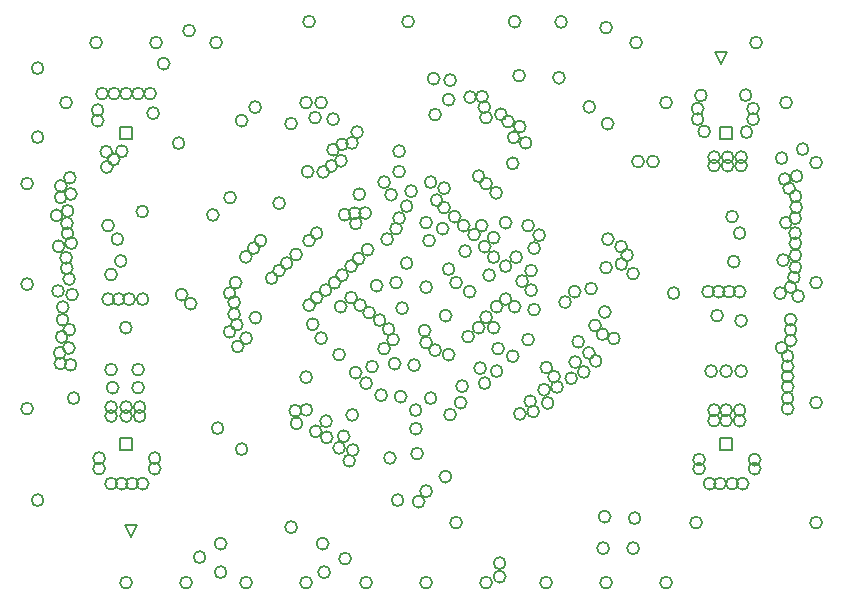
<source format=gbr>
%TF.GenerationSoftware,Altium Limited,Altium Designer,23.0.1 (38)*%
G04 Layer_Color=2752767*
%FSLAX45Y45*%
%MOMM*%
%TF.SameCoordinates,98E3409A-FA71-4B7D-AABF-4CEB4AF68500*%
%TF.FilePolarity,Positive*%
%TF.FileFunction,Drawing*%
%TF.Part,Single*%
G01*
G75*
%TA.AperFunction,NonConductor*%
%ADD60C,0.12700*%
%ADD61C,0.16933*%
D60*
X2500000Y1849200D02*
X2449200Y1950800D01*
X2550800D01*
X2500000Y1849200D01*
X-2500000Y-2150800D02*
X-2550800Y-2049200D01*
X-2449200D01*
X-2500000Y-2150800D01*
X-2590800Y1219200D02*
Y1320800D01*
X-2489200D01*
Y1219200D01*
X-2590800D01*
Y-1420800D02*
Y-1319200D01*
X-2489200D01*
Y-1420800D01*
X-2590800D01*
X2489200Y1219200D02*
Y1320800D01*
X2590800D01*
Y1219200D01*
X2489200D01*
Y-1420800D02*
Y-1319200D01*
X2590800D01*
Y-1420800D01*
X2489200D01*
D61*
X-35560Y-1236980D02*
G03*
X-35560Y-1236980I-50800J0D01*
G01*
X-3045947Y-684804D02*
G03*
X-3045947Y-684804I-50800J0D01*
G01*
X-3065780Y-71120D02*
G03*
X-3065780Y-71120I-50800J0D01*
G01*
X-3078480Y568960D02*
G03*
X-3078480Y568960I-50800J0D01*
G01*
X-3060700Y307340D02*
G03*
X-3060700Y307340I-50800J0D01*
G01*
X-2953656Y334970D02*
G03*
X-2953656Y334970I-50800J0D01*
G01*
X-2985249Y416305D02*
G03*
X-2985249Y416305I-50800J0D01*
G01*
X-2990279Y502518D02*
G03*
X-2990279Y502518I-50800J0D01*
G01*
X-2984500Y607060D02*
G03*
X-2984500Y607060I-50800J0D01*
G01*
X3060219Y-551701D02*
G03*
X3060219Y-551701I-50800J0D01*
G01*
X1563326Y-248940D02*
G03*
X1563326Y-248940I-50800J0D01*
G01*
X3177540Y231140D02*
G03*
X3177540Y231140I-50800J0D01*
G01*
X1193800Y2207260D02*
G03*
X1193800Y2207260I-50800J0D01*
G01*
X1176020Y1734820D02*
G03*
X1176020Y1734820I-50800J0D01*
G01*
X1432560Y1488440D02*
G03*
X1432560Y1488440I-50800J0D01*
G01*
X3136900Y-399141D02*
G03*
X3136900Y-399141I-50800J0D01*
G01*
X3136564Y-490629D02*
G03*
X3136564Y-490629I-50800J0D01*
G01*
X3136900Y-312781D02*
G03*
X3136900Y-312781I-50800J0D01*
G01*
X2717800Y-322580D02*
G03*
X2717800Y-322580I-50800J0D01*
G01*
X3111500Y-622300D02*
G03*
X3111500Y-622300I-50800J0D01*
G01*
X3111965Y-881380D02*
G03*
X3111965Y-881380I-50800J0D01*
G01*
X-574418Y-1120117D02*
G03*
X-574418Y-1120117I-50800J0D01*
G01*
X-570336Y-1417621D02*
G03*
X-570336Y-1417621I-50800J0D01*
G01*
X214820Y-1642300D02*
G03*
X214820Y-1642300I-50800J0D01*
G01*
X932683Y-1004943D02*
G03*
X932683Y-1004943I-50800J0D01*
G01*
X2641600Y558800D02*
G03*
X2641600Y558800I-50800J0D01*
G01*
X2377440Y1584960D02*
G03*
X2377440Y1584960I-50800J0D01*
G01*
X2755900Y1587500D02*
G03*
X2755900Y1587500I-50800J0D01*
G01*
X2763520Y1275080D02*
G03*
X2763520Y1275080I-50800J0D01*
G01*
X2405380Y1280160D02*
G03*
X2405380Y1280160I-50800J0D01*
G01*
X-909320Y-353060D02*
G03*
X-909320Y-353060I-50800J0D01*
G01*
X1845398Y1026207D02*
G03*
X1845398Y1026207I-50800J0D01*
G01*
X792448Y1229609D02*
G03*
X792448Y1229609I-50800J0D01*
G01*
X893561Y1183640D02*
G03*
X893561Y1183640I-50800J0D01*
G01*
X1971833Y1024831D02*
G03*
X1971833Y1024831I-50800J0D01*
G01*
X1159493Y-883660D02*
G03*
X1159493Y-883660I-50800J0D01*
G01*
X1079476Y-1018627D02*
G03*
X1079476Y-1018627I-50800J0D01*
G01*
X-1754365Y572765D02*
G03*
X-1754365Y572765I-50800J0D01*
G01*
X3060700Y1054100D02*
G03*
X3060700Y1054100I-50800J0D01*
G01*
X3187700Y901700D02*
G03*
X3187700Y901700I-50800J0D01*
G01*
X-1511300Y1371600D02*
G03*
X-1511300Y1371600I-50800J0D01*
G01*
X-1397000Y1485900D02*
G03*
X-1397000Y1485900I-50800J0D01*
G01*
X-736600Y1384300D02*
G03*
X-736600Y1384300I-50800J0D01*
G01*
X-889000Y1397000D02*
G03*
X-889000Y1397000I-50800J0D01*
G01*
X-838200Y1524000D02*
G03*
X-838200Y1524000I-50800J0D01*
G01*
X-2489200Y-1129600D02*
G03*
X-2489200Y-1129600I-50800J0D01*
G01*
Y-1054100D02*
G03*
X-2489200Y-1054100I-50800J0D01*
G01*
X2603500Y990600D02*
G03*
X2603500Y990600I-50800J0D01*
G01*
Y1061720D02*
G03*
X2603500Y1061720I-50800J0D01*
G01*
X2590800Y-1168400D02*
G03*
X2590800Y-1168400I-50800J0D01*
G01*
Y-1079500D02*
G03*
X2590800Y-1079500I-50800J0D01*
G01*
X-2653095Y979107D02*
G03*
X-2653095Y979107I-50800J0D01*
G01*
X-2657297Y1107984D02*
G03*
X-2657297Y1107984I-50800J0D01*
G01*
X-2594060Y1043687D02*
G03*
X-2594060Y1043687I-50800J0D01*
G01*
X-2525661Y1112085D02*
G03*
X-2525661Y1112085I-50800J0D01*
G01*
X1227366Y-164635D02*
G03*
X1227366Y-164635I-50800J0D01*
G01*
X2463800Y-749300D02*
G03*
X2463800Y-749300I-50800J0D01*
G01*
X2717800D02*
G03*
X2717800Y-749300I-50800J0D01*
G01*
X2590800D02*
G03*
X2590800Y-749300I-50800J0D01*
G01*
X-2171700Y1854200D02*
G03*
X-2171700Y1854200I-50800J0D01*
G01*
X-1955800Y2133600D02*
G03*
X-1955800Y2133600I-50800J0D01*
G01*
X-939800Y2209800D02*
G03*
X-939800Y2209800I-50800J0D01*
G01*
X-101600D02*
G03*
X-101600Y2209800I-50800J0D01*
G01*
X800100D02*
G03*
X800100Y2209800I-50800J0D01*
G01*
X1574800Y2159000D02*
G03*
X1574800Y2159000I-50800J0D01*
G01*
X1587500Y1346200D02*
G03*
X1587500Y1346200I-50800J0D01*
G01*
X838200Y1752600D02*
G03*
X838200Y1752600I-50800J0D01*
G01*
X-3238500Y1231900D02*
G03*
X-3238500Y1231900I-50800J0D01*
G01*
Y1816100D02*
G03*
X-3238500Y1816100I-50800J0D01*
G01*
X-3327400Y838200D02*
G03*
X-3327400Y838200I-50800J0D01*
G01*
Y-12700D02*
G03*
X-3327400Y-12700I-50800J0D01*
G01*
Y-1066800D02*
G03*
X-3327400Y-1066800I-50800J0D01*
G01*
X-3238500Y-1841500D02*
G03*
X-3238500Y-1841500I-50800J0D01*
G01*
X3098800Y1524000D02*
G03*
X3098800Y1524000I-50800J0D01*
G01*
X3352800Y1016000D02*
G03*
X3352800Y1016000I-50800J0D01*
G01*
Y0D02*
G03*
X3352800Y0I-50800J0D01*
G01*
Y-1016000D02*
G03*
X3352800Y-1016000I-50800J0D01*
G01*
Y-2032000D02*
G03*
X3352800Y-2032000I-50800J0D01*
G01*
X2844800Y2032000D02*
G03*
X2844800Y2032000I-50800J0D01*
G01*
X2082800Y1524000D02*
G03*
X2082800Y1524000I-50800J0D01*
G01*
X2336800Y-2032000D02*
G03*
X2336800Y-2032000I-50800J0D01*
G01*
X2082800Y-2540000D02*
G03*
X2082800Y-2540000I-50800J0D01*
G01*
X1828800Y2032000D02*
G03*
X1828800Y2032000I-50800J0D01*
G01*
X1574800Y-2540000D02*
G03*
X1574800Y-2540000I-50800J0D01*
G01*
X1066800D02*
G03*
X1066800Y-2540000I-50800J0D01*
G01*
X558800D02*
G03*
X558800Y-2540000I-50800J0D01*
G01*
X50800Y508000D02*
G03*
X50800Y508000I-50800J0D01*
G01*
X304800Y0D02*
G03*
X304800Y0I-50800J0D01*
G01*
X50800Y-508000D02*
G03*
X50800Y-508000I-50800J0D01*
G01*
X304800Y-2032000D02*
G03*
X304800Y-2032000I-50800J0D01*
G01*
X50800Y-2540000D02*
G03*
X50800Y-2540000I-50800J0D01*
G01*
X-203200Y0D02*
G03*
X-203200Y0I-50800J0D01*
G01*
X-457200Y-2540000D02*
G03*
X-457200Y-2540000I-50800J0D01*
G01*
X-965200Y1524000D02*
G03*
X-965200Y1524000I-50800J0D01*
G01*
Y-2540000D02*
G03*
X-965200Y-2540000I-50800J0D01*
G01*
X-1473200D02*
G03*
X-1473200Y-2540000I-50800J0D01*
G01*
X-1727200Y2032000D02*
G03*
X-1727200Y2032000I-50800J0D01*
G01*
X-1981200Y-2540000D02*
G03*
X-1981200Y-2540000I-50800J0D01*
G01*
X-2235200Y2032000D02*
G03*
X-2235200Y2032000I-50800J0D01*
G01*
X-2489200Y-2540000D02*
G03*
X-2489200Y-2540000I-50800J0D01*
G01*
X-2743200Y2032000D02*
G03*
X-2743200Y2032000I-50800J0D01*
G01*
X-2997200Y1524000D02*
G03*
X-2997200Y1524000I-50800J0D01*
G01*
X-2286000Y1600200D02*
G03*
X-2286000Y1600200I-50800J0D01*
G01*
X-2387600D02*
G03*
X-2387600Y1600200I-50800J0D01*
G01*
X-2489200D02*
G03*
X-2489200Y1600200I-50800J0D01*
G01*
X-2590800D02*
G03*
X-2590800Y1600200I-50800J0D01*
G01*
X-2692400D02*
G03*
X-2692400Y1600200I-50800J0D01*
G01*
X-2260600Y1435100D02*
G03*
X-2260600Y1435100I-50800J0D01*
G01*
X-2730500Y1371600D02*
G03*
X-2730500Y1371600I-50800J0D01*
G01*
Y1460500D02*
G03*
X-2730500Y1460500I-50800J0D01*
G01*
X-1511300Y-1409700D02*
G03*
X-1511300Y-1409700I-50800J0D01*
G01*
X-1714500Y-1231900D02*
G03*
X-1714500Y-1231900I-50800J0D01*
G01*
X1816100Y-1993900D02*
G03*
X1816100Y-1993900I-50800J0D01*
G01*
X1562100Y-1981200D02*
G03*
X1562100Y-1981200I-50800J0D01*
G01*
X1803400Y-2247900D02*
G03*
X1803400Y-2247900I-50800J0D01*
G01*
X1549400D02*
G03*
X1549400Y-2247900I-50800J0D01*
G01*
X673100Y-2374900D02*
G03*
X673100Y-2374900I-50800J0D01*
G01*
Y-2489200D02*
G03*
X673100Y-2489200I-50800J0D01*
G01*
X-635000Y-2336800D02*
G03*
X-635000Y-2336800I-50800J0D01*
G01*
X-812800Y-2451100D02*
G03*
X-812800Y-2451100I-50800J0D01*
G01*
X-825500Y-2209800D02*
G03*
X-825500Y-2209800I-50800J0D01*
G01*
X-1866900Y-2324100D02*
G03*
X-1866900Y-2324100I-50800J0D01*
G01*
X-1689100Y-2451100D02*
G03*
X-1689100Y-2451100I-50800J0D01*
G01*
Y-2209800D02*
G03*
X-1689100Y-2209800I-50800J0D01*
G01*
X-2717800Y-1485900D02*
G03*
X-2717800Y-1485900I-50800J0D01*
G01*
Y-1574800D02*
G03*
X-2717800Y-1574800I-50800J0D01*
G01*
X-2247900Y-1485900D02*
G03*
X-2247900Y-1485900I-50800J0D01*
G01*
Y-1574800D02*
G03*
X-2247900Y-1574800I-50800J0D01*
G01*
X-2349500Y-1701800D02*
G03*
X-2349500Y-1701800I-50800J0D01*
G01*
X-2438400D02*
G03*
X-2438400Y-1701800I-50800J0D01*
G01*
X-2527300D02*
G03*
X-2527300Y-1701800I-50800J0D01*
G01*
X-2616200D02*
G03*
X-2616200Y-1701800I-50800J0D01*
G01*
X-2603500Y-889000D02*
G03*
X-2603500Y-889000I-50800J0D01*
G01*
X-2387600D02*
G03*
X-2387600Y-889000I-50800J0D01*
G01*
Y-736600D02*
G03*
X-2387600Y-736600I-50800J0D01*
G01*
X-2616200D02*
G03*
X-2616200Y-736600I-50800J0D01*
G01*
X-2946400Y-101600D02*
G03*
X-2946400Y-101600I-50800J0D01*
G01*
X-1943100Y-177800D02*
G03*
X-1943100Y-177800I-50800J0D01*
G01*
X-2019300Y-101600D02*
G03*
X-2019300Y-101600I-50800J0D01*
G01*
X-2349500Y-139700D02*
G03*
X-2349500Y-139700I-50800J0D01*
G01*
X-2463800D02*
G03*
X-2463800Y-139700I-50800J0D01*
G01*
X-2552700D02*
G03*
X-2552700Y-139700I-50800J0D01*
G01*
X-2641600D02*
G03*
X-2641600Y-139700I-50800J0D01*
G01*
X2349500Y1384300D02*
G03*
X2349500Y1384300I-50800J0D01*
G01*
Y1473200D02*
G03*
X2349500Y1473200I-50800J0D01*
G01*
X2819400Y1384300D02*
G03*
X2819400Y1384300I-50800J0D01*
G01*
Y1473200D02*
G03*
X2819400Y1473200I-50800J0D01*
G01*
X114300Y1727200D02*
G03*
X114300Y1727200I-50800J0D01*
G01*
X254000Y1714500D02*
G03*
X254000Y1714500I-50800J0D01*
G01*
X241300Y1549400D02*
G03*
X241300Y1549400I-50800J0D01*
G01*
X2362200Y-1498600D02*
G03*
X2362200Y-1498600I-50800J0D01*
G01*
Y-1574800D02*
G03*
X2362200Y-1574800I-50800J0D01*
G01*
X2832100Y-1498600D02*
G03*
X2832100Y-1498600I-50800J0D01*
G01*
Y-1574800D02*
G03*
X2832100Y-1574800I-50800J0D01*
G01*
X2730500Y-1701800D02*
G03*
X2730500Y-1701800I-50800J0D01*
G01*
X2641600D02*
G03*
X2641600Y-1701800I-50800J0D01*
G01*
X2540000D02*
G03*
X2540000Y-1701800I-50800J0D01*
G01*
X2451100D02*
G03*
X2451100Y-1701800I-50800J0D01*
G01*
X3200400Y-114300D02*
G03*
X3200400Y-114300I-50800J0D01*
G01*
X3048000Y-88900D02*
G03*
X3048000Y-88900I-50800J0D01*
G01*
X2705100Y-76200D02*
G03*
X2705100Y-76200I-50800J0D01*
G01*
X2616200D02*
G03*
X2616200Y-76200I-50800J0D01*
G01*
X2527300D02*
G03*
X2527300Y-76200I-50800J0D01*
G01*
X2438400D02*
G03*
X2438400Y-76200I-50800J0D01*
G01*
X2146300Y-88900D02*
G03*
X2146300Y-88900I-50800J0D01*
G01*
X1574800Y127000D02*
G03*
X1574800Y127000I-50800J0D01*
G01*
X1803400Y76200D02*
G03*
X1803400Y76200I-50800J0D01*
G01*
X50800Y-1765300D02*
G03*
X50800Y-1765300I-50800J0D01*
G01*
X-12700Y-1854200D02*
G03*
X-12700Y-1854200I-50800J0D01*
G01*
X-190500Y-1841500D02*
G03*
X-190500Y-1841500I-50800J0D01*
G01*
X190500Y457200D02*
G03*
X190500Y457200I-50800J0D01*
G01*
X76200Y355600D02*
G03*
X76200Y355600I-50800J0D01*
G01*
X-114300Y165100D02*
G03*
X-114300Y165100I-50800J0D01*
G01*
X-368300Y-25400D02*
G03*
X-368300Y-25400I-50800J0D01*
G01*
X-152400Y-215900D02*
G03*
X-152400Y-215900I-50800J0D01*
G01*
X50800Y-38100D02*
G03*
X50800Y-38100I-50800J0D01*
G01*
X241300Y114300D02*
G03*
X241300Y114300I-50800J0D01*
G01*
X381000Y266700D02*
G03*
X381000Y266700I-50800J0D01*
G01*
X584200Y63500D02*
G03*
X584200Y63500I-50800J0D01*
G01*
X419100Y-76200D02*
G03*
X419100Y-76200I-50800J0D01*
G01*
X215900Y-279400D02*
G03*
X215900Y-279400I-50800J0D01*
G01*
X38100Y-406400D02*
G03*
X38100Y-406400I-50800J0D01*
G01*
X127000Y-571500D02*
G03*
X127000Y-571500I-50800J0D01*
G01*
X495300Y-381000D02*
G03*
X495300Y-381000I-50800J0D01*
G01*
X406400Y-457200D02*
G03*
X406400Y-457200I-50800J0D01*
G01*
X622300Y-381000D02*
G03*
X622300Y-381000I-50800J0D01*
G01*
X558800Y-292100D02*
G03*
X558800Y-292100I-50800J0D01*
G01*
X647700Y-203200D02*
G03*
X647700Y-203200I-50800J0D01*
G01*
X723900Y-139700D02*
G03*
X723900Y-139700I-50800J0D01*
G01*
X800100Y-203200D02*
G03*
X800100Y-203200I-50800J0D01*
G01*
X939800Y-63500D02*
G03*
X939800Y-63500I-50800J0D01*
G01*
X863600Y12700D02*
G03*
X863600Y12700I-50800J0D01*
G01*
X939800Y101600D02*
G03*
X939800Y101600I-50800J0D01*
G01*
X812800Y215900D02*
G03*
X812800Y215900I-50800J0D01*
G01*
X723900Y139700D02*
G03*
X723900Y139700I-50800J0D01*
G01*
X622300Y215900D02*
G03*
X622300Y215900I-50800J0D01*
G01*
X546100Y304800D02*
G03*
X546100Y304800I-50800J0D01*
G01*
X622300Y381000D02*
G03*
X622300Y381000I-50800J0D01*
G01*
X520700Y482600D02*
G03*
X520700Y482600I-50800J0D01*
G01*
X457200Y406400D02*
G03*
X457200Y406400I-50800J0D01*
G01*
X368300Y482600D02*
G03*
X368300Y482600I-50800J0D01*
G01*
X292100Y558800D02*
G03*
X292100Y558800I-50800J0D01*
G01*
X203200Y635000D02*
G03*
X203200Y635000I-50800J0D01*
G01*
X139700Y698500D02*
G03*
X139700Y698500I-50800J0D01*
G01*
X203200Y800100D02*
G03*
X203200Y800100I-50800J0D01*
G01*
X88900Y850900D02*
G03*
X88900Y850900I-50800J0D01*
G01*
X-76200Y774700D02*
G03*
X-76200Y774700I-50800J0D01*
G01*
X-114300Y647700D02*
G03*
X-114300Y647700I-50800J0D01*
G01*
X-177800Y546100D02*
G03*
X-177800Y546100I-50800J0D01*
G01*
X-203200Y457200D02*
G03*
X-203200Y457200I-50800J0D01*
G01*
X-279400Y368300D02*
G03*
X-279400Y368300I-50800J0D01*
G01*
X-444500Y279400D02*
G03*
X-444500Y279400I-50800J0D01*
G01*
X-520700Y203200D02*
G03*
X-520700Y203200I-50800J0D01*
G01*
X-584200Y139700D02*
G03*
X-584200Y139700I-50800J0D01*
G01*
X-660400Y63500D02*
G03*
X-660400Y63500I-50800J0D01*
G01*
X-723900Y0D02*
G03*
X-723900Y0I-50800J0D01*
G01*
X-800100Y-63500D02*
G03*
X-800100Y-63500I-50800J0D01*
G01*
X-876300Y-127000D02*
G03*
X-876300Y-127000I-50800J0D01*
G01*
X-1562100Y0D02*
G03*
X-1562100Y0I-50800J0D01*
G01*
X-1612900Y-88900D02*
G03*
X-1612900Y-88900I-50800J0D01*
G01*
X-1574800Y-165100D02*
G03*
X-1574800Y-165100I-50800J0D01*
G01*
X-1394208Y-296651D02*
G03*
X-1394208Y-296651I-50800J0D01*
G01*
X-939800Y-190500D02*
G03*
X-939800Y-190500I-50800J0D01*
G01*
X-673100Y-203200D02*
G03*
X-673100Y-203200I-50800J0D01*
G01*
X-584200Y-127000D02*
G03*
X-584200Y-127000I-50800J0D01*
G01*
X-508000Y-190500D02*
G03*
X-508000Y-190500I-50800J0D01*
G01*
X-431800Y-254000D02*
G03*
X-431800Y-254000I-50800J0D01*
G01*
X-342900Y-317500D02*
G03*
X-342900Y-317500I-50800J0D01*
G01*
X-266700Y-393700D02*
G03*
X-266700Y-393700I-50800J0D01*
G01*
X-228600Y-482600D02*
G03*
X-228600Y-482600I-50800J0D01*
G01*
X-304800Y-558800D02*
G03*
X-304800Y-558800I-50800J0D01*
G01*
X-215900Y-685800D02*
G03*
X-215900Y-685800I-50800J0D01*
G01*
X-50800Y-698500D02*
G03*
X-50800Y-698500I-50800J0D01*
G01*
X-838200Y-469900D02*
G03*
X-838200Y-469900I-50800J0D01*
G01*
X-546100Y-762000D02*
G03*
X-546100Y-762000I-50800J0D01*
G01*
X-457200Y-850900D02*
G03*
X-457200Y-850900I-50800J0D01*
G01*
X241300Y-609600D02*
G03*
X241300Y-609600I-50800J0D01*
G01*
X88900Y-977900D02*
G03*
X88900Y-977900I-50800J0D01*
G01*
X254000Y-1117600D02*
G03*
X254000Y-1117600I-50800J0D01*
G01*
X342900Y-1016000D02*
G03*
X342900Y-1016000I-50800J0D01*
G01*
X783911Y-623271D02*
G03*
X783911Y-623271I-50800J0D01*
G01*
X1308100Y-76200D02*
G03*
X1308100Y-76200I-50800J0D01*
G01*
X1008397Y401307D02*
G03*
X1008397Y401307I-50800J0D01*
G01*
X643863Y760617D02*
G03*
X643863Y760617I-50800J0D01*
G01*
X-245064Y744220D02*
G03*
X-245064Y744220I-50800J0D01*
G01*
X-304800Y850900D02*
G03*
X-304800Y850900I-50800J0D01*
G01*
X-515080Y747984D02*
G03*
X-515080Y747984I-50800J0D01*
G01*
X-1049762Y238368D02*
G03*
X-1049762Y238368I-50800J0D01*
G01*
X1068900Y-718820D02*
G03*
X1068900Y-718820I-50800J0D01*
G01*
X1133936Y-796464D02*
G03*
X1133936Y-796464I-50800J0D01*
G01*
X1050278Y-906780D02*
G03*
X1050278Y-906780I-50800J0D01*
G01*
X784172Y1009392D02*
G03*
X784172Y1009392I-50800J0D01*
G01*
X-965200Y-800100D02*
G03*
X-965200Y-800100I-50800J0D01*
G01*
X965200Y-228600D02*
G03*
X965200Y-228600I-50800J0D01*
G01*
Y292100D02*
G03*
X965200Y292100I-50800J0D01*
G01*
X-939800Y355600D02*
G03*
X-939800Y355600I-50800J0D01*
G01*
X-177800Y1112483D02*
G03*
X-177800Y1112483I-50800J0D01*
G01*
X723900Y508000D02*
G03*
X723900Y508000I-50800J0D01*
G01*
X660400Y-558800D02*
G03*
X660400Y-558800I-50800J0D01*
G01*
X508000Y-723900D02*
G03*
X508000Y-723900I-50800J0D01*
G01*
X355600Y-876300D02*
G03*
X355600Y-876300I-50800J0D01*
G01*
X-165100Y-965200D02*
G03*
X-165100Y-965200I-50800J0D01*
G01*
X-38100Y-1079500D02*
G03*
X-38100Y-1079500I-50800J0D01*
G01*
X-406400Y-711200D02*
G03*
X-406400Y-711200I-50800J0D01*
G01*
X-876300Y419100D02*
G03*
X-876300Y419100I-50800J0D01*
G01*
X-177800Y939800D02*
G03*
X-177800Y939800I-50800J0D01*
G01*
X127000Y1422400D02*
G03*
X127000Y1422400I-50800J0D01*
G01*
X1447800Y-50800D02*
G03*
X1447800Y-50800I-50800J0D01*
G01*
X914400Y-482600D02*
G03*
X914400Y-482600I-50800J0D01*
G01*
X647700Y-749300D02*
G03*
X647700Y-749300I-50800J0D01*
G01*
X546100Y-850900D02*
G03*
X546100Y-850900I-50800J0D01*
G01*
X-25400Y-1447800D02*
G03*
X-25400Y-1447800I-50800J0D01*
G01*
X-330200Y-952500D02*
G03*
X-330200Y-952500I-50800J0D01*
G01*
X-685800Y-609600D02*
G03*
X-685800Y-609600I-50800J0D01*
G01*
X-1257300Y38100D02*
G03*
X-1257300Y38100I-50800J0D01*
G01*
X-1193800Y101600D02*
G03*
X-1193800Y101600I-50800J0D01*
G01*
X-1130300Y165100D02*
G03*
X-1130300Y165100I-50800J0D01*
G01*
X495300Y901700D02*
G03*
X495300Y901700I-50800J0D01*
G01*
X558800Y838200D02*
G03*
X558800Y838200I-50800J0D01*
G01*
X914400Y482600D02*
G03*
X914400Y482600I-50800J0D01*
G01*
X-2044700Y1181100D02*
G03*
X-2044700Y1181100I-50800J0D01*
G01*
X-1092200Y-2070100D02*
G03*
X-1092200Y-2070100I-50800J0D01*
G01*
X2717800Y1061720D02*
G03*
X2717800Y1061720I-50800J0D01*
G01*
X2489200D02*
G03*
X2489200Y1061720I-50800J0D01*
G01*
Y990600D02*
G03*
X2489200Y990600I-50800J0D01*
G01*
X2717800D02*
G03*
X2717800Y990600I-50800J0D01*
G01*
X3238500Y1130300D02*
G03*
X3238500Y1130300I-50800J0D01*
G01*
X2705100Y-1168400D02*
G03*
X2705100Y-1168400I-50800J0D01*
G01*
X2489200D02*
G03*
X2489200Y-1168400I-50800J0D01*
G01*
X2705100Y-1079500D02*
G03*
X2705100Y-1079500I-50800J0D01*
G01*
X2489200D02*
G03*
X2489200Y-1079500I-50800J0D01*
G01*
X-2374900Y-1129600D02*
G03*
X-2374900Y-1129600I-50800J0D01*
G01*
X-2616200D02*
G03*
X-2616200Y-1129600I-50800J0D01*
G01*
X-2374900Y-1054100D02*
G03*
X-2374900Y-1054100I-50800J0D01*
G01*
X-2616200D02*
G03*
X-2616200Y-1054100I-50800J0D01*
G01*
X744326Y1363874D02*
G03*
X744326Y1363874I-50800J0D01*
G01*
X524918Y1574286D02*
G03*
X524918Y1574286I-50800J0D01*
G01*
X423143Y1570757D02*
G03*
X423143Y1570757I-50800J0D01*
G01*
X543560Y1485900D02*
G03*
X543560Y1485900I-50800J0D01*
G01*
X1590040Y368300D02*
G03*
X1590040Y368300I-50800J0D01*
G01*
X558431Y1397369D02*
G03*
X558431Y1397369I-50800J0D01*
G01*
X683260Y1424939D02*
G03*
X683260Y1424939I-50800J0D01*
G01*
X844206Y1320800D02*
G03*
X844206Y1320800I-50800J0D01*
G01*
X1752600Y233680D02*
G03*
X1752600Y233680I-50800J0D01*
G01*
X1701800Y304800D02*
G03*
X1701800Y304800I-50800J0D01*
G01*
X1704340Y157480D02*
G03*
X1704340Y157480I-50800J0D01*
G01*
X-255413Y-1484487D02*
G03*
X-255413Y-1484487I-50800J0D01*
G01*
X3179341Y732413D02*
G03*
X3179341Y732413I-50800J0D01*
G01*
X-1574800Y-266700D02*
G03*
X-1574800Y-266700I-50800J0D01*
G01*
X2514600Y-279400D02*
G03*
X2514600Y-279400I-50800J0D01*
G01*
X3111500Y-795020D02*
G03*
X3111500Y-795020I-50800J0D01*
G01*
Y-708660D02*
G03*
X3111500Y-708660I-50800J0D01*
G01*
Y-977900D02*
G03*
X3111500Y-977900I-50800J0D01*
G01*
Y-1066800D02*
G03*
X3111500Y-1066800I-50800J0D01*
G01*
X3086100Y876300D02*
G03*
X3086100Y876300I-50800J0D01*
G01*
X3123969Y798686D02*
G03*
X3123969Y798686I-50800J0D01*
G01*
X3183833Y638900D02*
G03*
X3183833Y638900I-50800J0D01*
G01*
X3175000Y546100D02*
G03*
X3175000Y546100I-50800J0D01*
G01*
X3097757Y507479D02*
G03*
X3097757Y507479I-50800J0D01*
G01*
X2705100Y419100D02*
G03*
X2705100Y419100I-50800J0D01*
G01*
X3175000D02*
G03*
X3175000Y419100I-50800J0D01*
G01*
X3177578Y332778D02*
G03*
X3177578Y332778I-50800J0D01*
G01*
X3073400Y190500D02*
G03*
X3073400Y190500I-50800J0D01*
G01*
X2655369Y177800D02*
G03*
X2655369Y177800I-50800J0D01*
G01*
X3177280Y129193D02*
G03*
X3177280Y129193I-50800J0D01*
G01*
X3164209Y43828D02*
G03*
X3164209Y43828I-50800J0D01*
G01*
X3136900Y-38100D02*
G03*
X3136900Y-38100I-50800J0D01*
G01*
X-2965504Y888254D02*
G03*
X-2965504Y888254I-50800J0D01*
G01*
X-2957646Y750430D02*
G03*
X-2957646Y750430I-50800J0D01*
G01*
X-1608857Y719857D02*
G03*
X-1608857Y719857I-50800J0D01*
G01*
X-1092200Y1346200D02*
G03*
X-1092200Y1346200I-50800J0D01*
G01*
X-952500Y939800D02*
G03*
X-952500Y939800I-50800J0D01*
G01*
X-1193800Y673100D02*
G03*
X-1193800Y673100I-50800J0D01*
G01*
X844783Y-1111017D02*
G03*
X844783Y-1111017I-50800J0D01*
G01*
X957602Y-1090726D02*
G03*
X957602Y-1090726I-50800J0D01*
G01*
X1486659Y-662977D02*
G03*
X1486659Y-662977I-50800J0D01*
G01*
X1385465Y-755755D02*
G03*
X1385465Y-755755I-50800J0D01*
G01*
X1279698Y-810072D02*
G03*
X1279698Y-810072I-50800J0D01*
G01*
X1313180Y-673100D02*
G03*
X1313180Y-673100I-50800J0D01*
G01*
X1338580Y-500380D02*
G03*
X1338580Y-500380I-50800J0D01*
G01*
X1429217Y-595163D02*
G03*
X1429217Y-595163I-50800J0D01*
G01*
X1640840Y-472440D02*
G03*
X1640840Y-472440I-50800J0D01*
G01*
X1544320Y-436880D02*
G03*
X1544320Y-436880I-50800J0D01*
G01*
X1480820Y-363220D02*
G03*
X1480820Y-363220I-50800J0D01*
G01*
X-1613075Y-416386D02*
G03*
X-1613075Y-416386I-50800J0D01*
G01*
X-1473200Y-469900D02*
G03*
X-1473200Y-469900I-50800J0D01*
G01*
X-1552302Y-355028D02*
G03*
X-1552302Y-355028I-50800J0D01*
G01*
X-2534920Y182880D02*
G03*
X-2534920Y182880I-50800J0D01*
G01*
X-3042920Y721360D02*
G03*
X-3042920Y721360I-50800J0D01*
G01*
X-639327Y574726D02*
G03*
X-639327Y574726I-50800J0D01*
G01*
X-2959100Y-695960D02*
G03*
X-2959100Y-695960I-50800J0D01*
G01*
X-2974340Y-553720D02*
G03*
X-2974340Y-553720I-50800J0D01*
G01*
X-2933700Y-977900D02*
G03*
X-2933700Y-977900I-50800J0D01*
G01*
X-3050540Y-594360D02*
G03*
X-3050540Y-594360I-50800J0D01*
G01*
X-3035300Y-459740D02*
G03*
X-3035300Y-459740I-50800J0D01*
G01*
X-2969260Y-398780D02*
G03*
X-2969260Y-398780I-50800J0D01*
G01*
X-3027680Y-314960D02*
G03*
X-3027680Y-314960I-50800J0D01*
G01*
X-2491740Y-381000D02*
G03*
X-2491740Y-381000I-50800J0D01*
G01*
X-3025140Y-208280D02*
G03*
X-3025140Y-208280I-50800J0D01*
G01*
X-2971800Y30480D02*
G03*
X-2971800Y30480I-50800J0D01*
G01*
X-2616667Y68113D02*
G03*
X-2616667Y68113I-50800J0D01*
G01*
X-2562860Y368300D02*
G03*
X-2562860Y368300I-50800J0D01*
G01*
X-2642067Y483067D02*
G03*
X-2642067Y483067I-50800J0D01*
G01*
X-2992120Y121920D02*
G03*
X-2992120Y121920I-50800J0D01*
G01*
X-2997200Y210820D02*
G03*
X-2997200Y210820I-50800J0D01*
G01*
X-2352062Y602002D02*
G03*
X-2352062Y602002I-50800J0D01*
G01*
X-3041475Y818374D02*
G03*
X-3041475Y818374I-50800J0D01*
G01*
X-533367Y1274541D02*
G03*
X-533367Y1274541I-50800J0D01*
G01*
X-1056640Y-1084580D02*
G03*
X-1056640Y-1084580I-50800J0D01*
G01*
X-962660Y-1076960D02*
G03*
X-962660Y-1076960I-50800J0D01*
G01*
X-1046713Y-1191493D02*
G03*
X-1046713Y-1191493I-50800J0D01*
G01*
X-685800Y-1399540D02*
G03*
X-685800Y-1399540I-50800J0D01*
G01*
X-647434Y-1300746D02*
G03*
X-647434Y-1300746I-50800J0D01*
G01*
X-600243Y-1507957D02*
G03*
X-600243Y-1507957I-50800J0D01*
G01*
X-790873Y-1310640D02*
G03*
X-790873Y-1310640I-50800J0D01*
G01*
X-796313Y-1173480D02*
G03*
X-796313Y-1173480I-50800J0D01*
G01*
X-883920Y-1259840D02*
G03*
X-883920Y-1259840I-50800J0D01*
G01*
X-1544320Y-541020D02*
G03*
X-1544320Y-541020I-50800J0D01*
G01*
X-1475740Y218440D02*
G03*
X-1475740Y218440I-50800J0D01*
G01*
X-1409700Y292100D02*
G03*
X-1409700Y292100I-50800J0D01*
G01*
X-1351124Y355558D02*
G03*
X-1351124Y355558I-50800J0D01*
G01*
X-544691Y500853D02*
G03*
X-544691Y500853I-50800J0D01*
G01*
X-553720Y586740D02*
G03*
X-553720Y586740I-50800J0D01*
G01*
X-464820Y589280D02*
G03*
X-464820Y589280I-50800J0D01*
G01*
X-750582Y988060D02*
G03*
X-750582Y988060I-50800J0D01*
G01*
X-820420Y937260D02*
G03*
X-820420Y937260I-50800J0D01*
G01*
X-662043Y1170401D02*
G03*
X-662043Y1170401I-50800J0D01*
G01*
X-576580Y1182816D02*
G03*
X-576580Y1182816I-50800J0D01*
G01*
X-735984Y1125220D02*
G03*
X-735984Y1125220I-50800J0D01*
G01*
X-670577Y1031458D02*
G03*
X-670577Y1031458I-50800J0D01*
G01*
%TF.MD5,2619471045ce602aa11d82c1a1493b5d*%
M02*

</source>
